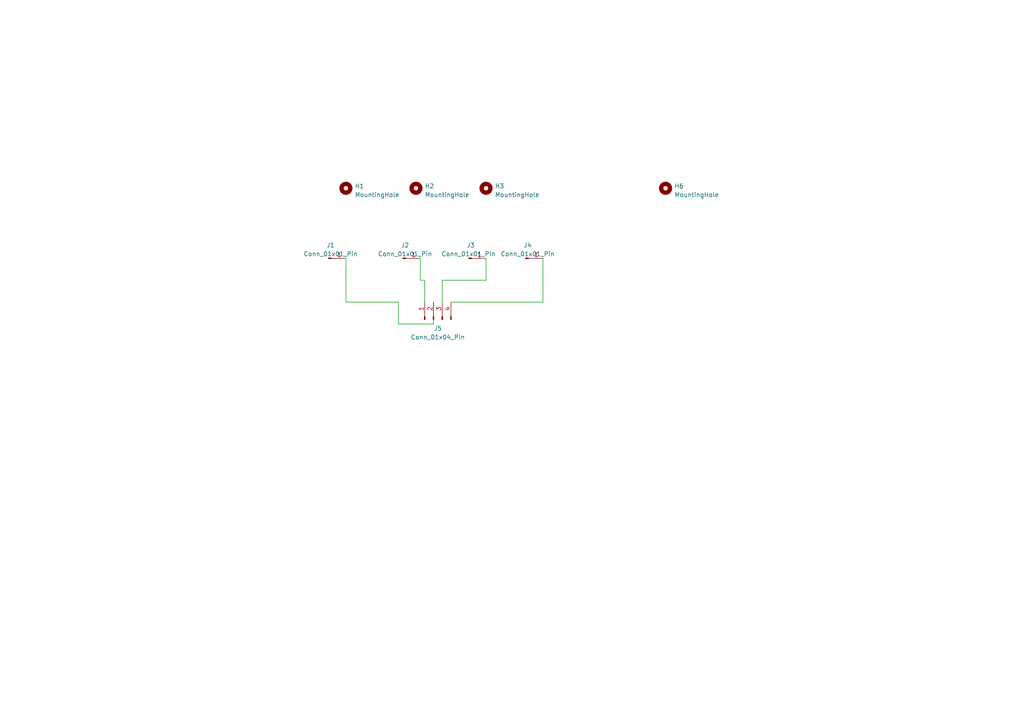
<source format=kicad_sch>
(kicad_sch (version 20230121) (generator eeschema)
  (paper "A4")
  (lib_symbols
    (symbol "Connector:Conn_01x01_Pin" (pin_names (offset 1.016) hide)
      (property "Reference" "J" (at 0 2.54 0))
      (property "Value" "Conn_01x01_Pin" (at 0 -2.54 0))
      (symbol "Conn_01x01_Pin_1_1"
        (polyline (pts (xy 1.27 0) (xy 0.8636 0)) (stroke (width 0.1524)))
        (rectangle (start 0.8636 0.127) (end 0 -0.127) (stroke (width 0.1524)) (fill (type outline)))
        (pin passive line (at 5.08 0 180) (length 3.81) (name "Pin_1") (number "1"))
      )
    )
    (symbol "Connector:Conn_01x04_Pin" (pin_names (offset 1.016) hide)
      (property "Reference" "J" (at 0 5.08 0))
      (property "Value" "Conn_01x04_Pin" (at 0 -7.62 0))
      (symbol "Conn_01x04_Pin_1_1"
        (polyline (pts (xy 1.27 -5.08) (xy 0.8636 -5.08)) (stroke (width 0.1524)))
        (polyline (pts (xy 1.27 -2.54) (xy 0.8636 -2.54)) (stroke (width 0.1524)))
        (polyline (pts (xy 1.27 0) (xy 0.8636 0)) (stroke (width 0.1524)))
        (polyline (pts (xy 1.27 2.54) (xy 0.8636 2.54)) (stroke (width 0.1524)))
        (rectangle (start 0.8636 -4.953) (end 0 -5.207) (stroke (width 0.1524)) (fill (type outline)))
        (rectangle (start 0.8636 -2.413) (end 0 -2.667) (stroke (width 0.1524)) (fill (type outline)))
        (rectangle (start 0.8636 0.127) (end 0 -0.127) (stroke (width 0.1524)) (fill (type outline)))
        (rectangle (start 0.8636 2.667) (end 0 2.413) (stroke (width 0.1524)) (fill (type outline)))
        (pin passive line (at 5.08 2.54 180) (length 3.81) (name "Pin_1") (number "1"))
        (pin passive line (at 5.08 0 180) (length 3.81) (name "Pin_2") (number "2"))
        (pin passive line (at 5.08 -2.54 180) (length 3.81) (name "Pin_3") (number "3"))
        (pin passive line (at 5.08 -5.08 180) (length 3.81) (name "Pin_4") (number "4"))
      )
    )
    (symbol "Mechanical:MountingHole" (pin_names (offset 1.016))
      (property "Reference" "H" (at 0 5.08 0))
      (property "Value" "MountingHole" (at 0 3.175 0))
      (symbol "MountingHole_0_1"
        (circle (center 0 0) (radius 1.27) (stroke (width 1.27)))
      )
    )
  )
  (wire (pts (xy 100.33 87.63) (xy 115.57 87.63)))
  (wire (pts (xy 125.73 93.98) (xy 125.73 87.63)))
  (wire (pts (xy 140.97 81.28) (xy 128.27 81.28)))
  (wire (pts (xy 128.27 81.28) (xy 128.27 87.63)))
  (wire (pts (xy 130.81 87.63) (xy 157.48 87.63)))
  (wire (pts (xy 100.33 74.93) (xy 100.33 87.63)))
  (wire (pts (xy 115.57 87.63) (xy 115.57 93.98)))
  (wire (pts (xy 157.48 74.93) (xy 157.48 87.63)))
  (wire (pts (xy 115.57 93.98) (xy 125.73 93.98)))
  (wire (pts (xy 123.19 81.28) (xy 123.19 87.63)))
  (wire (pts (xy 121.92 81.28) (xy 123.19 81.28)))
  (wire (pts (xy 121.92 74.93) (xy 121.92 81.28)))
  (wire (pts (xy 140.97 74.93) (xy 140.97 81.28)))
  (symbol (lib_id "Mechanical:MountingHole") (at 100.33 54.61 0) (unit 1)
    (property "Reference" "H1" (at 102.87 53.975 0) (effects (justify left)))
    (property "Value" "MountingHole" (at 102.87 56.515 0) (effects (justify left)))
    (property "Footprint" "MountingHole:MountingHole_2.7mm" (effects hide))
  )
  (symbol (lib_id "Connector:Conn_01x04_Pin") (at 125.73 92.71 90) (unit 1)
    (property "Reference" "J5" (at 127 95.25 90))
    (property "Value" "Conn_01x04_Pin" (at 127 97.79 90))
    (property "Footprint" "Connector_PinHeader_2.54mm:PinHeader_1x04_P2.54mm_Horizontal" (effects hide))
  )
  (symbol (lib_id "Connector:Conn_01x01_Pin") (at 152.4 74.93 0) (unit 1)
    (property "Reference" "J4" (at 153.035 71.12 0))
    (property "Value" "Conn_01x01_Pin" (at 153.035 73.66 0))
    (property "Footprint" "Connector_PinHeader_2.54mm:PinHeader_1x01_P2.54mm_Vertical" (effects hide))
  )
  (symbol (lib_id "Mechanical:MountingHole") (at 193.04 54.61 0) (unit 1)
    (property "Reference" "H6" (at 195.58 53.975 0) (effects (justify left)))
    (property "Value" "MountingHole" (at 195.58 56.515 0) (effects (justify left)))
    (property "Footprint" "MountingHole:MountingHole_4.5mm" (effects hide))
  )
  (symbol (lib_id "Connector:Conn_01x01_Pin") (at 95.25 74.93 0) (unit 1)
    (property "Reference" "J1" (at 95.885 71.12 0))
    (property "Value" "Conn_01x01_Pin" (at 95.885 73.66 0))
    (property "Footprint" "Connector_PinHeader_2.54mm:PinHeader_1x01_P2.54mm_Vertical" (effects hide))
  )
  (symbol (lib_id "Mechanical:MountingHole") (at 140.97 54.61 0) (unit 1)
    (property "Reference" "H3" (at 143.51 53.975 0) (effects (justify left)))
    (property "Value" "MountingHole" (at 143.51 56.515 0) (effects (justify left)))
    (property "Footprint" "MountingHole:MountingHole_3.2mm_M3" (effects hide))
  )
  (symbol (lib_id "Connector:Conn_01x01_Pin") (at 116.84 74.93 0) (unit 1)
    (property "Reference" "J2" (at 117.475 71.12 0))
    (property "Value" "Conn_01x01_Pin" (at 117.475 73.66 0))
    (property "Footprint" "Connector_PinHeader_2.54mm:PinHeader_1x01_P2.54mm_Vertical" (effects hide))
  )
  (symbol (lib_id "Connector:Conn_01x01_Pin") (at 135.89 74.93 0) (unit 1)
    (property "Reference" "J3" (at 136.525 71.12 0))
    (property "Value" "Conn_01x01_Pin" (at 135.89 73.66 0))
    (property "Footprint" "Connector_PinHeader_2.54mm:PinHeader_1x01_P2.54mm_Vertical" (effects hide))
  )
  (symbol (lib_id "Mechanical:MountingHole") (at 120.65 54.61 0) (unit 1)
    (property "Reference" "H2" (at 123.19 53.975 0) (effects (justify left)))
    (property "Value" "MountingHole" (at 123.19 56.515 0) (effects (justify left)))
    (property "Footprint" "MountingHole:MountingHole_3.2mm_M3" (effects hide))
  )
)
</source>
